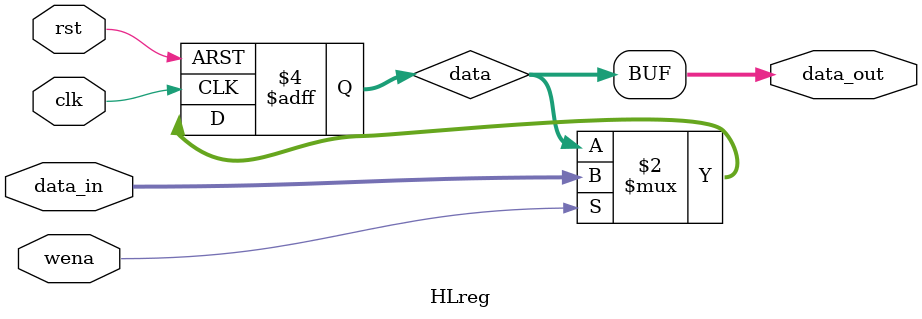
<source format=v>
`timescale 1ns / 1ps


module HLreg(
input clk,
input rst,
input wena,
input [31:0]data_in,
output[31:0]data_out
);
reg     [31:0]data;
always @(posedge clk or posedge rst)
    if (rst)
        data <= 32'h00000000;
    else if ( wena)
        data <= data_in;
assign data_out = data;
endmodule

</source>
